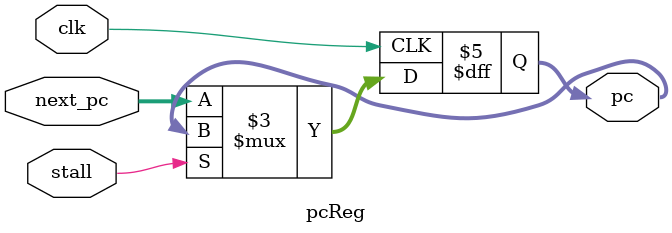
<source format=sv>
module pcReg #(
    parameter DATA_WIDTH = 32
)(
    input logic                     stall,
    input logic	                    clk,
    input logic [DATA_WIDTH-1:0]    next_pc,
    output logic [DATA_WIDTH-1:0]   pc
);


always_ff @(posedge clk) begin
    if (!stall) begin
        pc <= next_pc;
    end
end

endmodule

</source>
